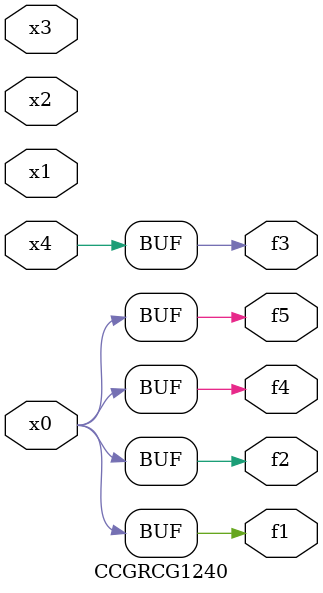
<source format=v>
module CCGRCG1240(
	input x0, x1, x2, x3, x4,
	output f1, f2, f3, f4, f5
);
	assign f1 = x0;
	assign f2 = x0;
	assign f3 = x4;
	assign f4 = x0;
	assign f5 = x0;
endmodule

</source>
